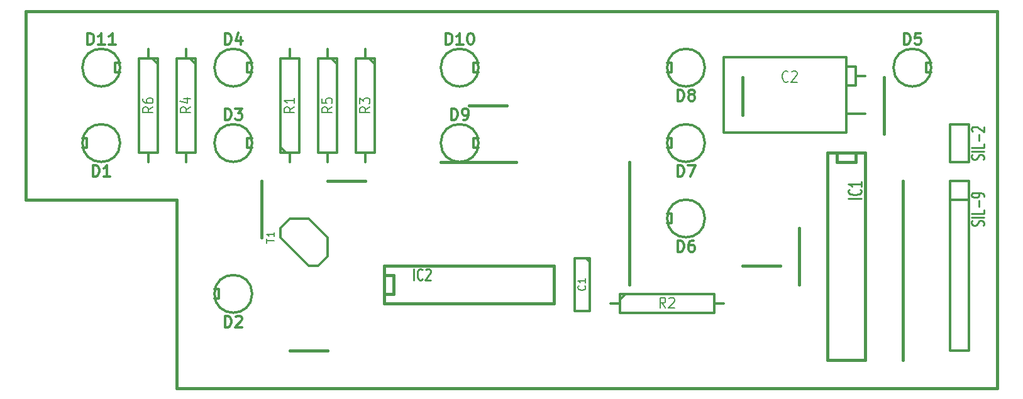
<source format=gbr>
G04 #@! TF.FileFunction,Legend,Top*
%FSLAX46Y46*%
G04 Gerber Fmt 4.6, Leading zero omitted, Abs format (unit mm)*
G04 Created by KiCad (PCBNEW 4.0.5+dfsg1-4+deb9u1) date Mon Sep 26 08:34:44 2022*
%MOMM*%
%LPD*%
G01*
G04 APERTURE LIST*
%ADD10C,0.100000*%
%ADD11C,0.381000*%
%ADD12C,0.304800*%
%ADD13C,0.285750*%
%ADD14C,0.203200*%
%ADD15C,0.271780*%
G04 APERTURE END LIST*
D10*
D11*
X182880000Y-83820000D02*
X182880000Y-88900000D01*
X201930000Y-83820000D02*
X201930000Y-91440000D01*
X204470000Y-97790000D02*
X204470000Y-121920000D01*
X190500000Y-104140000D02*
X190500000Y-111760000D01*
X182880000Y-109220000D02*
X187960000Y-109220000D01*
X167640000Y-95250000D02*
X167640000Y-111760000D01*
X121920000Y-120650000D02*
X127000000Y-120650000D01*
X142240000Y-95250000D02*
X152400000Y-95250000D01*
X146050000Y-87630000D02*
X151130000Y-87630000D01*
X127000000Y-97790000D02*
X132080000Y-97790000D01*
X118110000Y-105410000D02*
X118110000Y-97790000D01*
X217170000Y-125730000D02*
X217170000Y-74930000D01*
X106680000Y-125730000D02*
X217170000Y-125730000D01*
X106680000Y-100330000D02*
X106680000Y-125730000D01*
X86360000Y-100330000D02*
X106680000Y-100330000D01*
X86360000Y-74930000D02*
X86360000Y-100330000D01*
X132080000Y-74930000D02*
X217170000Y-74930000D01*
X86360000Y-74930000D02*
X132080000Y-74930000D01*
X134620000Y-110490000D02*
X134620000Y-110490000D01*
X134620000Y-110490000D02*
X135890000Y-110490000D01*
X135890000Y-110490000D02*
X135890000Y-113030000D01*
X135890000Y-113030000D02*
X134620000Y-113030000D01*
X134620000Y-109220000D02*
X157480000Y-109220000D01*
X157480000Y-109220000D02*
X157480000Y-114300000D01*
X157480000Y-114300000D02*
X134620000Y-114300000D01*
X134620000Y-114300000D02*
X134620000Y-109220000D01*
X198120000Y-93980000D02*
X198120000Y-95250000D01*
X198120000Y-95250000D02*
X195580000Y-95250000D01*
X195580000Y-95250000D02*
X195580000Y-93980000D01*
X199390000Y-93980000D02*
X199390000Y-121920000D01*
X199390000Y-121920000D02*
X194310000Y-121920000D01*
X194310000Y-121920000D02*
X194310000Y-93980000D01*
X194310000Y-93980000D02*
X199390000Y-93980000D01*
D12*
X162306000Y-108204000D02*
X162306000Y-115316000D01*
X162306000Y-115316000D02*
X160274000Y-115316000D01*
X160274000Y-115316000D02*
X160274000Y-108204000D01*
X160274000Y-108204000D02*
X162306000Y-108204000D01*
X161798000Y-108204000D02*
X162306000Y-108712000D01*
X196850000Y-81153000D02*
X180340000Y-81153000D01*
X180340000Y-81153000D02*
X180340000Y-91313000D01*
X180340000Y-91313000D02*
X196850000Y-91313000D01*
X196850000Y-91313000D02*
X196850000Y-81153000D01*
X196850000Y-82423000D02*
X198120000Y-82423000D01*
X198120000Y-82423000D02*
X198120000Y-84963000D01*
X198120000Y-84963000D02*
X196850000Y-84963000D01*
X198120000Y-83693000D02*
X199390000Y-83693000D01*
X196850000Y-88773000D02*
X199390000Y-88773000D01*
X99060000Y-82550000D02*
G75*
G03X99060000Y-82550000I-2540000J0D01*
G01*
X99060000Y-81915000D02*
X98425000Y-81915000D01*
X98425000Y-81915000D02*
X98425000Y-83185000D01*
X98425000Y-83185000D02*
X99060000Y-83185000D01*
X147320000Y-82550000D02*
G75*
G03X147320000Y-82550000I-2540000J0D01*
G01*
X147320000Y-81915000D02*
X146685000Y-81915000D01*
X146685000Y-81915000D02*
X146685000Y-83185000D01*
X146685000Y-83185000D02*
X147320000Y-83185000D01*
X147320000Y-92710000D02*
G75*
G03X147320000Y-92710000I-2540000J0D01*
G01*
X147320000Y-92075000D02*
X146685000Y-92075000D01*
X146685000Y-92075000D02*
X146685000Y-93345000D01*
X146685000Y-93345000D02*
X147320000Y-93345000D01*
X177800000Y-82550000D02*
G75*
G03X177800000Y-82550000I-2540000J0D01*
G01*
X172720000Y-83185000D02*
X173355000Y-83185000D01*
X173355000Y-83185000D02*
X173355000Y-81915000D01*
X173355000Y-81915000D02*
X172720000Y-81915000D01*
X177800000Y-92710000D02*
G75*
G03X177800000Y-92710000I-2540000J0D01*
G01*
X172720000Y-93345000D02*
X173355000Y-93345000D01*
X173355000Y-93345000D02*
X173355000Y-92075000D01*
X173355000Y-92075000D02*
X172720000Y-92075000D01*
X177800000Y-102870000D02*
G75*
G03X177800000Y-102870000I-2540000J0D01*
G01*
X172720000Y-103505000D02*
X173355000Y-103505000D01*
X173355000Y-103505000D02*
X173355000Y-102235000D01*
X173355000Y-102235000D02*
X172720000Y-102235000D01*
X208280000Y-82550000D02*
G75*
G03X208280000Y-82550000I-2540000J0D01*
G01*
X208280000Y-81915000D02*
X207645000Y-81915000D01*
X207645000Y-81915000D02*
X207645000Y-83185000D01*
X207645000Y-83185000D02*
X208280000Y-83185000D01*
X116840000Y-82550000D02*
G75*
G03X116840000Y-82550000I-2540000J0D01*
G01*
X116840000Y-81915000D02*
X116205000Y-81915000D01*
X116205000Y-81915000D02*
X116205000Y-83185000D01*
X116205000Y-83185000D02*
X116840000Y-83185000D01*
X116840000Y-92710000D02*
G75*
G03X116840000Y-92710000I-2540000J0D01*
G01*
X116840000Y-92075000D02*
X116205000Y-92075000D01*
X116205000Y-92075000D02*
X116205000Y-93345000D01*
X116205000Y-93345000D02*
X116840000Y-93345000D01*
X116840000Y-113030000D02*
G75*
G03X116840000Y-113030000I-2540000J0D01*
G01*
X111760000Y-113665000D02*
X112395000Y-113665000D01*
X112395000Y-113665000D02*
X112395000Y-112395000D01*
X112395000Y-112395000D02*
X111760000Y-112395000D01*
X99060000Y-92710000D02*
G75*
G03X99060000Y-92710000I-2540000J0D01*
G01*
X93980000Y-93345000D02*
X94615000Y-93345000D01*
X94615000Y-93345000D02*
X94615000Y-92075000D01*
X94615000Y-92075000D02*
X93980000Y-92075000D01*
X104140000Y-81280000D02*
X104140000Y-93980000D01*
X104140000Y-93980000D02*
X101600000Y-93980000D01*
X101600000Y-93980000D02*
X101600000Y-81280000D01*
X102870000Y-93980000D02*
X102870000Y-95250000D01*
X102870000Y-80010000D02*
X102870000Y-81280000D01*
X103378000Y-81280000D02*
X104140000Y-82042000D01*
X104140000Y-81280000D02*
X101600000Y-81280000D01*
X128270000Y-81280000D02*
X128270000Y-93980000D01*
X128270000Y-93980000D02*
X125730000Y-93980000D01*
X125730000Y-93980000D02*
X125730000Y-81280000D01*
X127000000Y-93980000D02*
X127000000Y-95250000D01*
X127000000Y-80010000D02*
X127000000Y-81280000D01*
X127508000Y-81280000D02*
X128270000Y-82042000D01*
X128270000Y-81280000D02*
X125730000Y-81280000D01*
X109220000Y-81280000D02*
X109220000Y-93980000D01*
X109220000Y-93980000D02*
X106680000Y-93980000D01*
X106680000Y-93980000D02*
X106680000Y-81280000D01*
X107950000Y-93980000D02*
X107950000Y-95250000D01*
X107950000Y-80010000D02*
X107950000Y-81280000D01*
X108458000Y-81280000D02*
X109220000Y-82042000D01*
X109220000Y-81280000D02*
X106680000Y-81280000D01*
X133350000Y-81280000D02*
X133350000Y-93980000D01*
X133350000Y-93980000D02*
X130810000Y-93980000D01*
X130810000Y-93980000D02*
X130810000Y-81280000D01*
X132080000Y-93980000D02*
X132080000Y-95250000D01*
X132080000Y-80010000D02*
X132080000Y-81280000D01*
X132588000Y-81280000D02*
X133350000Y-82042000D01*
X133350000Y-81280000D02*
X130810000Y-81280000D01*
X166370000Y-113030000D02*
X179070000Y-113030000D01*
X179070000Y-113030000D02*
X179070000Y-115570000D01*
X179070000Y-115570000D02*
X166370000Y-115570000D01*
X179070000Y-114300000D02*
X180340000Y-114300000D01*
X165100000Y-114300000D02*
X166370000Y-114300000D01*
X166370000Y-113792000D02*
X167132000Y-113030000D01*
X166370000Y-113030000D02*
X166370000Y-115570000D01*
X120650000Y-93980000D02*
X120650000Y-81280000D01*
X120650000Y-81280000D02*
X123190000Y-81280000D01*
X123190000Y-81280000D02*
X123190000Y-93980000D01*
X121920000Y-81280000D02*
X121920000Y-80010000D01*
X121920000Y-95250000D02*
X121920000Y-93980000D01*
X121412000Y-93980000D02*
X120650000Y-93218000D01*
X120650000Y-93980000D02*
X123190000Y-93980000D01*
X120650000Y-105410000D02*
X124460000Y-109220000D01*
X124460000Y-109220000D02*
X125730000Y-109220000D01*
X125730000Y-109220000D02*
X127000000Y-107950000D01*
X127000000Y-107950000D02*
X127000000Y-105410000D01*
X127000000Y-105410000D02*
X124460000Y-102870000D01*
X124460000Y-102870000D02*
X121920000Y-102870000D01*
X121920000Y-102870000D02*
X120650000Y-104140000D01*
X120650000Y-104140000D02*
X120650000Y-105410000D01*
X213360000Y-120650000D02*
X210820000Y-120650000D01*
X210820000Y-120650000D02*
X210820000Y-97790000D01*
X210820000Y-97790000D02*
X213360000Y-97790000D01*
X213360000Y-120650000D02*
X213360000Y-97790000D01*
X213360000Y-100330000D02*
X210820000Y-100330000D01*
X210820000Y-90170000D02*
X213360000Y-90170000D01*
X213360000Y-90170000D02*
X213360000Y-95250000D01*
X213360000Y-95250000D02*
X210820000Y-95250000D01*
X210820000Y-95250000D02*
X210820000Y-90170000D01*
D13*
X138584215Y-111179429D02*
X138584215Y-109655429D01*
X139781644Y-111034286D02*
X139727215Y-111106857D01*
X139563929Y-111179429D01*
X139455072Y-111179429D01*
X139291787Y-111106857D01*
X139182929Y-110961714D01*
X139128501Y-110816571D01*
X139074072Y-110526286D01*
X139074072Y-110308571D01*
X139128501Y-110018286D01*
X139182929Y-109873143D01*
X139291787Y-109728000D01*
X139455072Y-109655429D01*
X139563929Y-109655429D01*
X139727215Y-109728000D01*
X139781644Y-109800571D01*
X140217072Y-109800571D02*
X140271501Y-109728000D01*
X140380358Y-109655429D01*
X140652501Y-109655429D01*
X140761358Y-109728000D01*
X140815787Y-109800571D01*
X140870215Y-109945714D01*
X140870215Y-110090857D01*
X140815787Y-110308571D01*
X140162644Y-111179429D01*
X140870215Y-111179429D01*
D12*
D13*
X198924333Y-100175785D02*
X197146333Y-100175785D01*
X198755000Y-98978356D02*
X198839667Y-99032785D01*
X198924333Y-99196071D01*
X198924333Y-99304928D01*
X198839667Y-99468213D01*
X198670333Y-99577071D01*
X198501000Y-99631499D01*
X198162333Y-99685928D01*
X197908333Y-99685928D01*
X197569667Y-99631499D01*
X197400333Y-99577071D01*
X197231000Y-99468213D01*
X197146333Y-99304928D01*
X197146333Y-99196071D01*
X197231000Y-99032785D01*
X197315667Y-98978356D01*
X198924333Y-97889785D02*
X198924333Y-98542928D01*
X198924333Y-98216356D02*
X197146333Y-98216356D01*
X197400333Y-98325213D01*
X197569667Y-98434071D01*
X197654333Y-98542928D01*
D12*
D14*
X161652857Y-111929333D02*
X161701238Y-111977714D01*
X161749619Y-112122857D01*
X161749619Y-112219619D01*
X161701238Y-112364761D01*
X161604476Y-112461523D01*
X161507714Y-112509904D01*
X161314190Y-112558285D01*
X161169048Y-112558285D01*
X160975524Y-112509904D01*
X160878762Y-112461523D01*
X160782000Y-112364761D01*
X160733619Y-112219619D01*
X160733619Y-112122857D01*
X160782000Y-111977714D01*
X160830381Y-111929333D01*
X161749619Y-110961714D02*
X161749619Y-111542285D01*
X161749619Y-111251999D02*
X160733619Y-111251999D01*
X160878762Y-111348761D01*
X160975524Y-111445523D01*
X161023905Y-111542285D01*
X189018333Y-84364286D02*
X188957857Y-84436857D01*
X188776428Y-84509429D01*
X188655476Y-84509429D01*
X188474048Y-84436857D01*
X188353095Y-84291714D01*
X188292619Y-84146571D01*
X188232143Y-83856286D01*
X188232143Y-83638571D01*
X188292619Y-83348286D01*
X188353095Y-83203143D01*
X188474048Y-83058000D01*
X188655476Y-82985429D01*
X188776428Y-82985429D01*
X188957857Y-83058000D01*
X189018333Y-83130571D01*
X189502143Y-83130571D02*
X189562619Y-83058000D01*
X189683571Y-82985429D01*
X189985952Y-82985429D01*
X190106905Y-83058000D01*
X190167381Y-83130571D01*
X190227857Y-83275714D01*
X190227857Y-83420857D01*
X190167381Y-83638571D01*
X189441667Y-84509429D01*
X190227857Y-84509429D01*
D12*
X94669428Y-79429429D02*
X94669428Y-77905429D01*
X95032285Y-77905429D01*
X95250000Y-77978000D01*
X95395142Y-78123143D01*
X95467714Y-78268286D01*
X95540285Y-78558571D01*
X95540285Y-78776286D01*
X95467714Y-79066571D01*
X95395142Y-79211714D01*
X95250000Y-79356857D01*
X95032285Y-79429429D01*
X94669428Y-79429429D01*
X96991714Y-79429429D02*
X96120857Y-79429429D01*
X96556285Y-79429429D02*
X96556285Y-77905429D01*
X96411142Y-78123143D01*
X96266000Y-78268286D01*
X96120857Y-78340857D01*
X98443143Y-79429429D02*
X97572286Y-79429429D01*
X98007714Y-79429429D02*
X98007714Y-77905429D01*
X97862571Y-78123143D01*
X97717429Y-78268286D01*
X97572286Y-78340857D01*
X142929428Y-79429429D02*
X142929428Y-77905429D01*
X143292285Y-77905429D01*
X143510000Y-77978000D01*
X143655142Y-78123143D01*
X143727714Y-78268286D01*
X143800285Y-78558571D01*
X143800285Y-78776286D01*
X143727714Y-79066571D01*
X143655142Y-79211714D01*
X143510000Y-79356857D01*
X143292285Y-79429429D01*
X142929428Y-79429429D01*
X145251714Y-79429429D02*
X144380857Y-79429429D01*
X144816285Y-79429429D02*
X144816285Y-77905429D01*
X144671142Y-78123143D01*
X144526000Y-78268286D01*
X144380857Y-78340857D01*
X146195143Y-77905429D02*
X146340286Y-77905429D01*
X146485429Y-77978000D01*
X146558000Y-78050571D01*
X146630571Y-78195714D01*
X146703143Y-78486000D01*
X146703143Y-78848857D01*
X146630571Y-79139143D01*
X146558000Y-79284286D01*
X146485429Y-79356857D01*
X146340286Y-79429429D01*
X146195143Y-79429429D01*
X146050000Y-79356857D01*
X145977429Y-79284286D01*
X145904857Y-79139143D01*
X145832286Y-78848857D01*
X145832286Y-78486000D01*
X145904857Y-78195714D01*
X145977429Y-78050571D01*
X146050000Y-77978000D01*
X146195143Y-77905429D01*
X143655143Y-89589429D02*
X143655143Y-88065429D01*
X144018000Y-88065429D01*
X144235715Y-88138000D01*
X144380857Y-88283143D01*
X144453429Y-88428286D01*
X144526000Y-88718571D01*
X144526000Y-88936286D01*
X144453429Y-89226571D01*
X144380857Y-89371714D01*
X144235715Y-89516857D01*
X144018000Y-89589429D01*
X143655143Y-89589429D01*
X145251715Y-89589429D02*
X145542000Y-89589429D01*
X145687143Y-89516857D01*
X145759715Y-89444286D01*
X145904857Y-89226571D01*
X145977429Y-88936286D01*
X145977429Y-88355714D01*
X145904857Y-88210571D01*
X145832286Y-88138000D01*
X145687143Y-88065429D01*
X145396857Y-88065429D01*
X145251715Y-88138000D01*
X145179143Y-88210571D01*
X145106572Y-88355714D01*
X145106572Y-88718571D01*
X145179143Y-88863714D01*
X145251715Y-88936286D01*
X145396857Y-89008857D01*
X145687143Y-89008857D01*
X145832286Y-88936286D01*
X145904857Y-88863714D01*
X145977429Y-88718571D01*
X174135143Y-87049429D02*
X174135143Y-85525429D01*
X174498000Y-85525429D01*
X174715715Y-85598000D01*
X174860857Y-85743143D01*
X174933429Y-85888286D01*
X175006000Y-86178571D01*
X175006000Y-86396286D01*
X174933429Y-86686571D01*
X174860857Y-86831714D01*
X174715715Y-86976857D01*
X174498000Y-87049429D01*
X174135143Y-87049429D01*
X175876857Y-86178571D02*
X175731715Y-86106000D01*
X175659143Y-86033429D01*
X175586572Y-85888286D01*
X175586572Y-85815714D01*
X175659143Y-85670571D01*
X175731715Y-85598000D01*
X175876857Y-85525429D01*
X176167143Y-85525429D01*
X176312286Y-85598000D01*
X176384857Y-85670571D01*
X176457429Y-85815714D01*
X176457429Y-85888286D01*
X176384857Y-86033429D01*
X176312286Y-86106000D01*
X176167143Y-86178571D01*
X175876857Y-86178571D01*
X175731715Y-86251143D01*
X175659143Y-86323714D01*
X175586572Y-86468857D01*
X175586572Y-86759143D01*
X175659143Y-86904286D01*
X175731715Y-86976857D01*
X175876857Y-87049429D01*
X176167143Y-87049429D01*
X176312286Y-86976857D01*
X176384857Y-86904286D01*
X176457429Y-86759143D01*
X176457429Y-86468857D01*
X176384857Y-86323714D01*
X176312286Y-86251143D01*
X176167143Y-86178571D01*
X174135143Y-97209429D02*
X174135143Y-95685429D01*
X174498000Y-95685429D01*
X174715715Y-95758000D01*
X174860857Y-95903143D01*
X174933429Y-96048286D01*
X175006000Y-96338571D01*
X175006000Y-96556286D01*
X174933429Y-96846571D01*
X174860857Y-96991714D01*
X174715715Y-97136857D01*
X174498000Y-97209429D01*
X174135143Y-97209429D01*
X175514000Y-95685429D02*
X176530000Y-95685429D01*
X175876857Y-97209429D01*
X174135143Y-107369429D02*
X174135143Y-105845429D01*
X174498000Y-105845429D01*
X174715715Y-105918000D01*
X174860857Y-106063143D01*
X174933429Y-106208286D01*
X175006000Y-106498571D01*
X175006000Y-106716286D01*
X174933429Y-107006571D01*
X174860857Y-107151714D01*
X174715715Y-107296857D01*
X174498000Y-107369429D01*
X174135143Y-107369429D01*
X176312286Y-105845429D02*
X176022000Y-105845429D01*
X175876857Y-105918000D01*
X175804286Y-105990571D01*
X175659143Y-106208286D01*
X175586572Y-106498571D01*
X175586572Y-107079143D01*
X175659143Y-107224286D01*
X175731715Y-107296857D01*
X175876857Y-107369429D01*
X176167143Y-107369429D01*
X176312286Y-107296857D01*
X176384857Y-107224286D01*
X176457429Y-107079143D01*
X176457429Y-106716286D01*
X176384857Y-106571143D01*
X176312286Y-106498571D01*
X176167143Y-106426000D01*
X175876857Y-106426000D01*
X175731715Y-106498571D01*
X175659143Y-106571143D01*
X175586572Y-106716286D01*
X204615143Y-79429429D02*
X204615143Y-77905429D01*
X204978000Y-77905429D01*
X205195715Y-77978000D01*
X205340857Y-78123143D01*
X205413429Y-78268286D01*
X205486000Y-78558571D01*
X205486000Y-78776286D01*
X205413429Y-79066571D01*
X205340857Y-79211714D01*
X205195715Y-79356857D01*
X204978000Y-79429429D01*
X204615143Y-79429429D01*
X206864857Y-77905429D02*
X206139143Y-77905429D01*
X206066572Y-78631143D01*
X206139143Y-78558571D01*
X206284286Y-78486000D01*
X206647143Y-78486000D01*
X206792286Y-78558571D01*
X206864857Y-78631143D01*
X206937429Y-78776286D01*
X206937429Y-79139143D01*
X206864857Y-79284286D01*
X206792286Y-79356857D01*
X206647143Y-79429429D01*
X206284286Y-79429429D01*
X206139143Y-79356857D01*
X206066572Y-79284286D01*
X113175143Y-79429429D02*
X113175143Y-77905429D01*
X113538000Y-77905429D01*
X113755715Y-77978000D01*
X113900857Y-78123143D01*
X113973429Y-78268286D01*
X114046000Y-78558571D01*
X114046000Y-78776286D01*
X113973429Y-79066571D01*
X113900857Y-79211714D01*
X113755715Y-79356857D01*
X113538000Y-79429429D01*
X113175143Y-79429429D01*
X115352286Y-78413429D02*
X115352286Y-79429429D01*
X114989429Y-77832857D02*
X114626572Y-78921429D01*
X115570000Y-78921429D01*
X113175143Y-89589429D02*
X113175143Y-88065429D01*
X113538000Y-88065429D01*
X113755715Y-88138000D01*
X113900857Y-88283143D01*
X113973429Y-88428286D01*
X114046000Y-88718571D01*
X114046000Y-88936286D01*
X113973429Y-89226571D01*
X113900857Y-89371714D01*
X113755715Y-89516857D01*
X113538000Y-89589429D01*
X113175143Y-89589429D01*
X114554000Y-88065429D02*
X115497429Y-88065429D01*
X114989429Y-88646000D01*
X115207143Y-88646000D01*
X115352286Y-88718571D01*
X115424857Y-88791143D01*
X115497429Y-88936286D01*
X115497429Y-89299143D01*
X115424857Y-89444286D01*
X115352286Y-89516857D01*
X115207143Y-89589429D01*
X114771715Y-89589429D01*
X114626572Y-89516857D01*
X114554000Y-89444286D01*
X113175143Y-117529429D02*
X113175143Y-116005429D01*
X113538000Y-116005429D01*
X113755715Y-116078000D01*
X113900857Y-116223143D01*
X113973429Y-116368286D01*
X114046000Y-116658571D01*
X114046000Y-116876286D01*
X113973429Y-117166571D01*
X113900857Y-117311714D01*
X113755715Y-117456857D01*
X113538000Y-117529429D01*
X113175143Y-117529429D01*
X114626572Y-116150571D02*
X114699143Y-116078000D01*
X114844286Y-116005429D01*
X115207143Y-116005429D01*
X115352286Y-116078000D01*
X115424857Y-116150571D01*
X115497429Y-116295714D01*
X115497429Y-116440857D01*
X115424857Y-116658571D01*
X114554000Y-117529429D01*
X115497429Y-117529429D01*
X95395143Y-97209429D02*
X95395143Y-95685429D01*
X95758000Y-95685429D01*
X95975715Y-95758000D01*
X96120857Y-95903143D01*
X96193429Y-96048286D01*
X96266000Y-96338571D01*
X96266000Y-96556286D01*
X96193429Y-96846571D01*
X96120857Y-96991714D01*
X95975715Y-97136857D01*
X95758000Y-97209429D01*
X95395143Y-97209429D01*
X97717429Y-97209429D02*
X96846572Y-97209429D01*
X97282000Y-97209429D02*
X97282000Y-95685429D01*
X97136857Y-95903143D01*
X96991715Y-96048286D01*
X96846572Y-96120857D01*
D14*
X103501976Y-87841667D02*
X102836738Y-88265000D01*
X103501976Y-88567381D02*
X102104976Y-88567381D01*
X102104976Y-88083572D01*
X102171500Y-87962619D01*
X102238024Y-87902143D01*
X102371071Y-87841667D01*
X102570643Y-87841667D01*
X102703690Y-87902143D01*
X102770214Y-87962619D01*
X102836738Y-88083572D01*
X102836738Y-88567381D01*
X102104976Y-86753095D02*
X102104976Y-86995000D01*
X102171500Y-87115952D01*
X102238024Y-87176429D01*
X102437595Y-87297381D01*
X102703690Y-87357857D01*
X103235881Y-87357857D01*
X103368929Y-87297381D01*
X103435452Y-87236905D01*
X103501976Y-87115952D01*
X103501976Y-86874048D01*
X103435452Y-86753095D01*
X103368929Y-86692619D01*
X103235881Y-86632143D01*
X102903262Y-86632143D01*
X102770214Y-86692619D01*
X102703690Y-86753095D01*
X102637167Y-86874048D01*
X102637167Y-87115952D01*
X102703690Y-87236905D01*
X102770214Y-87297381D01*
X102903262Y-87357857D01*
X127631976Y-87841667D02*
X126966738Y-88265000D01*
X127631976Y-88567381D02*
X126234976Y-88567381D01*
X126234976Y-88083572D01*
X126301500Y-87962619D01*
X126368024Y-87902143D01*
X126501071Y-87841667D01*
X126700643Y-87841667D01*
X126833690Y-87902143D01*
X126900214Y-87962619D01*
X126966738Y-88083572D01*
X126966738Y-88567381D01*
X126234976Y-86692619D02*
X126234976Y-87297381D01*
X126900214Y-87357857D01*
X126833690Y-87297381D01*
X126767167Y-87176429D01*
X126767167Y-86874048D01*
X126833690Y-86753095D01*
X126900214Y-86692619D01*
X127033262Y-86632143D01*
X127365881Y-86632143D01*
X127498929Y-86692619D01*
X127565452Y-86753095D01*
X127631976Y-86874048D01*
X127631976Y-87176429D01*
X127565452Y-87297381D01*
X127498929Y-87357857D01*
X108581976Y-87841667D02*
X107916738Y-88265000D01*
X108581976Y-88567381D02*
X107184976Y-88567381D01*
X107184976Y-88083572D01*
X107251500Y-87962619D01*
X107318024Y-87902143D01*
X107451071Y-87841667D01*
X107650643Y-87841667D01*
X107783690Y-87902143D01*
X107850214Y-87962619D01*
X107916738Y-88083572D01*
X107916738Y-88567381D01*
X107650643Y-86753095D02*
X108581976Y-86753095D01*
X107118452Y-87055476D02*
X108116310Y-87357857D01*
X108116310Y-86571667D01*
X132711976Y-87841667D02*
X132046738Y-88265000D01*
X132711976Y-88567381D02*
X131314976Y-88567381D01*
X131314976Y-88083572D01*
X131381500Y-87962619D01*
X131448024Y-87902143D01*
X131581071Y-87841667D01*
X131780643Y-87841667D01*
X131913690Y-87902143D01*
X131980214Y-87962619D01*
X132046738Y-88083572D01*
X132046738Y-88567381D01*
X131314976Y-87418333D02*
X131314976Y-86632143D01*
X131847167Y-87055476D01*
X131847167Y-86874048D01*
X131913690Y-86753095D01*
X131980214Y-86692619D01*
X132113262Y-86632143D01*
X132445881Y-86632143D01*
X132578929Y-86692619D01*
X132645452Y-86753095D01*
X132711976Y-86874048D01*
X132711976Y-87236905D01*
X132645452Y-87357857D01*
X132578929Y-87418333D01*
X172508333Y-114931976D02*
X172085000Y-114266738D01*
X171782619Y-114931976D02*
X171782619Y-113534976D01*
X172266428Y-113534976D01*
X172387381Y-113601500D01*
X172447857Y-113668024D01*
X172508333Y-113801071D01*
X172508333Y-114000643D01*
X172447857Y-114133690D01*
X172387381Y-114200214D01*
X172266428Y-114266738D01*
X171782619Y-114266738D01*
X172992143Y-113668024D02*
X173052619Y-113601500D01*
X173173571Y-113534976D01*
X173475952Y-113534976D01*
X173596905Y-113601500D01*
X173657381Y-113668024D01*
X173717857Y-113801071D01*
X173717857Y-113934119D01*
X173657381Y-114133690D01*
X172931667Y-114931976D01*
X173717857Y-114931976D01*
X122551976Y-87841667D02*
X121886738Y-88265000D01*
X122551976Y-88567381D02*
X121154976Y-88567381D01*
X121154976Y-88083572D01*
X121221500Y-87962619D01*
X121288024Y-87902143D01*
X121421071Y-87841667D01*
X121620643Y-87841667D01*
X121753690Y-87902143D01*
X121820214Y-87962619D01*
X121886738Y-88083572D01*
X121886738Y-88567381D01*
X122551976Y-86632143D02*
X122551976Y-87357857D01*
X122551976Y-86995000D02*
X121154976Y-86995000D01*
X121354548Y-87115952D01*
X121487595Y-87236905D01*
X121554119Y-87357857D01*
X118823619Y-106184095D02*
X118823619Y-105603524D01*
X119839619Y-105893809D02*
X118823619Y-105893809D01*
X119839619Y-104732667D02*
X119839619Y-105313238D01*
X119839619Y-105022952D02*
X118823619Y-105022952D01*
X118968762Y-105119714D01*
X119065524Y-105216476D01*
X119113905Y-105313238D01*
D15*
X215330133Y-103800124D02*
X215412501Y-103644821D01*
X215412501Y-103385983D01*
X215330133Y-103282447D01*
X215247764Y-103230680D01*
X215083027Y-103178912D01*
X214918290Y-103178912D01*
X214753553Y-103230680D01*
X214671184Y-103282447D01*
X214588816Y-103385983D01*
X214506447Y-103593053D01*
X214424079Y-103696588D01*
X214341710Y-103748356D01*
X214176973Y-103800124D01*
X214012236Y-103800124D01*
X213847499Y-103748356D01*
X213765130Y-103696588D01*
X213682761Y-103593053D01*
X213682761Y-103334215D01*
X213765130Y-103178912D01*
X215412501Y-102713004D02*
X213682761Y-102713004D01*
X215412501Y-101677652D02*
X215412501Y-102195328D01*
X213682761Y-102195328D01*
X214753553Y-101315278D02*
X214753553Y-100486996D01*
X215412501Y-99917552D02*
X215412501Y-99710482D01*
X215330133Y-99606947D01*
X215247764Y-99555179D01*
X215000659Y-99451644D01*
X214671184Y-99399876D01*
X214012236Y-99399876D01*
X213847499Y-99451644D01*
X213765130Y-99503411D01*
X213682761Y-99606947D01*
X213682761Y-99814017D01*
X213765130Y-99917552D01*
X213847499Y-99969320D01*
X214012236Y-100021088D01*
X214424079Y-100021088D01*
X214588816Y-99969320D01*
X214671184Y-99917552D01*
X214753553Y-99814017D01*
X214753553Y-99606947D01*
X214671184Y-99503411D01*
X214588816Y-99451644D01*
X214424079Y-99399876D01*
D12*
D15*
X215330133Y-94910124D02*
X215412501Y-94754821D01*
X215412501Y-94495983D01*
X215330133Y-94392447D01*
X215247764Y-94340680D01*
X215083027Y-94288912D01*
X214918290Y-94288912D01*
X214753553Y-94340680D01*
X214671184Y-94392447D01*
X214588816Y-94495983D01*
X214506447Y-94703053D01*
X214424079Y-94806588D01*
X214341710Y-94858356D01*
X214176973Y-94910124D01*
X214012236Y-94910124D01*
X213847499Y-94858356D01*
X213765130Y-94806588D01*
X213682761Y-94703053D01*
X213682761Y-94444215D01*
X213765130Y-94288912D01*
X215412501Y-93823004D02*
X213682761Y-93823004D01*
X215412501Y-92787652D02*
X215412501Y-93305328D01*
X213682761Y-93305328D01*
X214753553Y-92425278D02*
X214753553Y-91596996D01*
X213847499Y-91131088D02*
X213765130Y-91079320D01*
X213682761Y-90975785D01*
X213682761Y-90716947D01*
X213765130Y-90613411D01*
X213847499Y-90561644D01*
X214012236Y-90509876D01*
X214176973Y-90509876D01*
X214424079Y-90561644D01*
X215412501Y-91182855D01*
X215412501Y-90509876D01*
D12*
M02*

</source>
